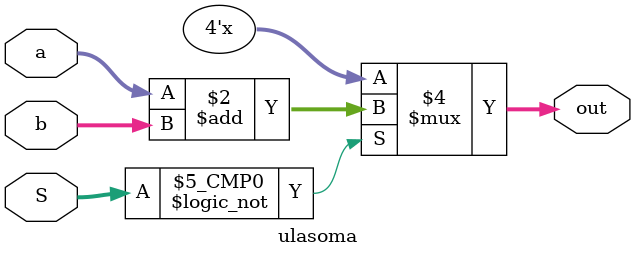
<source format=v>
module ulasoma(a, b, out, S);
	input  wire [3:0] a;
	input  wire [3:0] b;
	input  wire [2:0] S;
	output reg [3:0] out;

	parameter 
	ADD   = 1'b0;

	always @(S or a or b)
	begin
		case(S)
			ADD   : out = a + b;
		endcase
	end
endmodule

</source>
